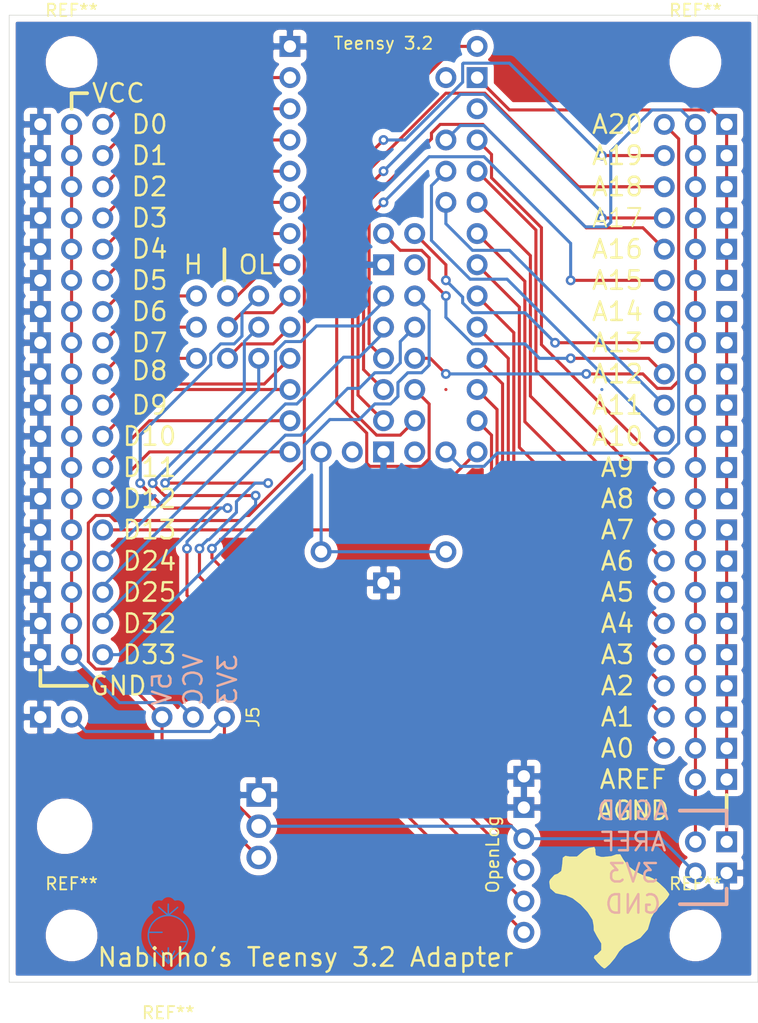
<source format=kicad_pcb>
(kicad_pcb (version 20171130) (host pcbnew "(5.1.9)-1")
  (layers (0 F.Cu signal) (31 B.Cu signal) (34 B.Paste user) (35 F.Paste user) (36 B.SilkS user) (37 F.SilkS user) (38 B.Mask user) (39 F.Mask user) (44 Edge.Cuts user))
  (net 0 "")
  (net 1 GND)
  (net 2 VBAT)
  (net 3 VCC)
  (net 4 A1)
  (net 5 A4)
  (net 6 A5)
  (net 7 A6)
  (net 8 A7)
  (net 9 A8)
  (net 10 A9)
  (net 11 A10)
  (net 12 A11)
  (net 13 A12)
  (net 14 A13)
  (net 15 A14)
  (net 16 A15)
  (net 17 A16)
  (net 18 A17)
  (net 19 A18)
  (net 20 A19)
  (net 21 A20)
  (net 22 AGND)
  (net 23 A0)
  (net 24 AREF)
  (net 25 1)
  (net 26 2)
  (net 27 3)
  (net 28 4)
  (net 29 5)
  (net 30 9)
  (net 31 10)
  (net 32 11)
  (net 33 12)
  (net 34 13)
  (net 35 24)
  (net 36 25)
  (net 37 32)
  (net 38 33)
  (net 39 0)
  (net 40 6)
  (net 41 7)
  (net 42 8)
  (net 43 A2)
  (net 44 A3)
  (net 45 VIN)
  (net 46 "Net-(U1-Pad16)")
  (net 47 "Net-(U1-Pad18)")
  (net 48 "Net-(U1-Pad31)")
  (net 49 "Net-(U1-Pad34)")
  (net 50 "Net-(U1-Pad42)")
  (net 51 VOUT)
  (net 52 6_H)
  (net 53 7_H)
  (net 54 8_H)
  (net 55 6_L)
  (net 56 7_L)
  (net 57 8_L)
  (module Icons:BR (layer F.Cu) (at 199.898 103.124)
    (fp_text reference G*** hide)
    (fp_text value LOGO hide)
  )
  (module Icons:Nabo_EasterEgg (layer F.Cu) (at 164.084 105.41)
    (fp_text reference REF** (at 0 6.2992) (layer F.SilkS))
    (fp_text value Nabo_EasterEgg)
    (fp_line (start 0 2.286) (end -1.016 1.27) (layer B.Cu) (width 0.12))
    (fp_line (start 0 2.286) (end 1.016 1.27) (layer B.Cu) (width 0.12))
    (fp_line (start 0 2.286) (end -0.508 1.27) (layer B.Cu) (width 0.12))
    (fp_line (start 0 2.286) (end 0 1.016) (layer B.Cu) (width 0.12))
    (fp_line (start 0 2.286) (end 0.508 1.27) (layer B.Cu) (width 0.12))
    (fp_line (start 0 -2.54) (end 0 -1.63) (layer B.Cu) (width 0.12))
    (fp_line (start 0 -1.63) (end 0.762 -2.286) (layer B.Cu) (width 0.12))
    (fp_line (start 0 -1.63) (end -0.762 -2.286) (layer B.Cu) (width 0.12))
    (fp_line (start -1.524 -0.254) (end -0.508 -0.254) (layer B.Cu) (width 0.12))
    (fp_line (start 1.524 0.508) (end 1.016 0.508) (layer B.Cu) (width 0.12))
    (fp_arc (start 0 0) (end 1.016 1.27) (angle -282.7) (layer B.Cu) (width 0.12))
  )
  (module CR2032_Vertical (layer F.Cu) (at 170.18 72.898)
    (fp_text reference BT1)
    (fp_text value Battery_Cell)
    (pad 2 thru_hole rect (at 11.43 3.81) (size 1.7 1.7) (drill 1) (layers *.Cu *.Mask) (net 1 GND))
    (pad 1 thru_hole oval (at 6.35 1.27) (size 1.7 1.7) (drill 1) (layers *.Cu *.Mask) (net 2 VBAT))
    (pad 1 thru_hole oval (at 16.51 1.27) (size 1.7 1.7) (drill 1) (layers *.Cu *.Mask) (net 2 VBAT))
  )
  (module Connector_PinHeader_2.54mm:PinHeader_1x03_P2.54mm_Vertical_2 (layer F.Cu) (at 171.45 53.34 270)
    (fp_text reference J6)
    (fp_text value Conn_01x03)
    (pad 1 thru_hole oval (at 0 0 270) (size 1.7 1.7) (drill 1) (layers *.Cu *.Mask) (net 55 6_L))
    (pad 3 thru_hole oval (at 0 5.08 270) (size 1.7 1.7) (drill 1) (layers *.Cu *.Mask) (net 52 6_H))
    (pad 2 thru_hole oval (at 0 2.54 270) (size 1.7 1.7) (drill 1) (layers *.Cu *.Mask) (net 40 6))
  )
  (module Connector_PinHeader_2.54mm:PinHeader_1x03_P2.54mm_Vertical_2 (layer F.Cu) (at 171.45 55.88 270)
    (fp_text reference J7)
    (fp_text value Conn_01x03)
    (pad 1 thru_hole oval (at 0 0 270) (size 1.7 1.7) (drill 1) (layers *.Cu *.Mask) (net 56 7_L))
    (pad 3 thru_hole oval (at 0 5.08 270) (size 1.7 1.7) (drill 1) (layers *.Cu *.Mask) (net 53 7_H))
    (pad 2 thru_hole oval (at 0 2.54 270) (size 1.7 1.7) (drill 1) (layers *.Cu *.Mask) (net 41 7))
  )
  (module Connector_PinHeader_2.54mm:PinHeader_1x03_P2.54mm_Vertical_2 (layer F.Cu) (at 171.45 58.42 270)
    (fp_text reference J8)
    (fp_text value Conn_01x03)
    (pad 1 thru_hole oval (at 0 0 270) (size 1.7 1.7) (drill 1) (layers *.Cu *.Mask) (net 57 8_L))
    (pad 3 thru_hole oval (at 0 5.08 270) (size 1.7 1.7) (drill 1) (layers *.Cu *.Mask) (net 54 8_H))
    (pad 2 thru_hole oval (at 0 2.54 270) (size 1.7 1.7) (drill 1) (layers *.Cu *.Mask) (net 42 8))
  )
  (module Connector_PinHeader_2.54mm:PinHeader_1x03_P2.54mm_Vertical_2 (layer F.Cu) (at 168.656 87.63 270)
    (fp_text reference J5 (at 0 -2.33 90) (layer F.SilkS))
    (fp_text value Conn_01x03)
    (pad 1 thru_hole oval (at 0 0 270) (size 1.7 1.7) (drill 1) (layers *.Cu *.Mask) (net 51 VOUT))
    (pad 3 thru_hole oval (at 0 5.08 270) (size 1.7 1.7) (drill 1) (layers *.Cu *.Mask) (net 45 VIN))
    (pad 2 thru_hole oval (at 0 2.54 270) (size 1.7 1.7) (drill 1) (layers *.Cu *.Mask) (net 3 VCC))
  )
  (module Connector_PinHeader_2.54mm:PinHeader_1x02_P2.54mm_Vertical (layer F.Cu) (at 157.48 88.9 180)
    (fp_text reference C1)
    (fp_text value CP)
    (pad 2 thru_hole rect (at 3.81 1.27 180) (size 1.7 1.7) (drill 1) (layers *.Cu *.Mask) (net 1 GND))
    (pad 1 thru_hole oval (at 1.27 1.27 180) (size 1.7 1.7) (drill 1) (layers *.Cu *.Mask) (net 51 VOUT))
  )
  (module Package_TO_SOT_THT:TO-220F-3_Horizontal_TabUp (layer F.Cu) (at 171.45 93.98 270)
    (fp_text reference U2)
    (fp_text value LD1117S33TR_SOT223)
    (pad "" np_thru_hole oval (at 2.54 15.8 270) (size 3.5 3.5) (drill 3.5) (layers *.Cu *.Mask))
    (pad 1 thru_hole rect (at 0 0 270) (size 1.905 2) (drill 1.2) (layers *.Cu *.Mask) (net 1 GND))
    (pad 2 thru_hole oval (at 2.54 0 270) (size 1.905 2) (drill 1.2) (layers *.Cu *.Mask) (net 51 VOUT))
    (pad 3 thru_hole oval (at 5.08 0 270) (size 1.905 2) (drill 1.2) (layers *.Cu *.Mask) (net 45 VIN))
  )
  (module Connector_PinHeader_2.54mm:Open_Log (layer F.Cu) (at 175.26 91.186)
    (fp_text reference U3)
    (fp_text value OpenLog)
    (pad 1 thru_hole rect (at 17.78 1.27) (size 1.7 1.7) (drill 1) (layers *.Cu *.Mask) (net 1 GND))
    (pad 3 thru_hole oval (at 17.78 6.35) (size 1.7 1.7) (drill 1) (layers *.Cu *.Mask) (net 51 VOUT))
    (pad 4 thru_hole oval (at 17.78 8.89) (size 1.7 1.7) (drill 1) (layers *.Cu *.Mask) (net 56 7_L))
    (pad 5 thru_hole oval (at 17.78 11.43) (size 1.7 1.7) (drill 1) (layers *.Cu *.Mask) (net 57 8_L))
    (pad 6 thru_hole oval (at 17.78 13.97) (size 1.7 1.7) (drill 1) (layers *.Cu *.Mask) (net 55 6_L))
    (pad 2 thru_hole rect (at 17.78 3.81) (size 1.7 1.7) (drill 1) (layers *.Cu *.Mask) (net 1 GND))
  )
  (module Connector_PinHeader_2.54mm:PinHeader_1x02_P2.54mm_Vertical_2 (layer F.Cu) (at 205.74 101.6 90)
    (fp_text reference J4)
    (fp_text value Conn_01x02)
    (pad 2 thru_hole oval (at 3.81 1.27 90) (size 1.7 1.7) (drill 1) (layers *.Cu *.Mask) (net 24 AREF))
    (pad 1 thru_hole oval (at 1.27 1.27 90) (size 1.7 1.7) (drill 1) (layers *.Cu *.Mask) (net 51 VOUT))
  )
  (module Connector_PinHeader_2.54mm:PinHeader_1x02_P2.54mm_Vertical_3 (layer F.Cu) (at 208.28 101.6 90)
    (fp_text reference J3)
    (fp_text value Conn_01x02)
    (pad 1 thru_hole rect (at 1.27 1.27 90) (size 1.7 1.7) (drill 1) (layers *.Cu *.Mask) (net 1 GND))
    (pad 2 thru_hole rect (at 3.81 1.27 90) (size 1.7 1.7) (drill 1) (layers *.Cu *.Mask) (net 22 AGND))
  )
  (module Analog_Header_Teensy_3.2_Adapter (layer F.Cu) (at 210.82 93.98 180)
    (fp_text reference J1)
    (fp_text value Conn_03x21)
    (pad 2 thru_hole oval (at 6.35 6.35 180) (size 1.7 1.7) (drill 1) (layers *.Cu *.Mask) (net 4 A1))
    (pad 3 thru_hole oval (at 6.35 8.89 180) (size 1.7 1.7) (drill 1) (layers *.Cu *.Mask) (net 43 A2))
    (pad 4 thru_hole oval (at 6.35 11.43 180) (size 1.7 1.7) (drill 1) (layers *.Cu *.Mask) (net 44 A3))
    (pad 5 thru_hole oval (at 6.35 13.97 180) (size 1.7 1.7) (drill 1) (layers *.Cu *.Mask) (net 5 A4))
    (pad 6 thru_hole oval (at 6.35 16.51 180) (size 1.7 1.7) (drill 1) (layers *.Cu *.Mask) (net 6 A5))
    (pad 7 thru_hole oval (at 6.35 19.05 180) (size 1.7 1.7) (drill 1) (layers *.Cu *.Mask) (net 7 A6))
    (pad 8 thru_hole oval (at 6.35 21.59 180) (size 1.7 1.7) (drill 1) (layers *.Cu *.Mask) (net 8 A7))
    (pad 9 thru_hole oval (at 6.35 24.13 180) (size 1.7 1.7) (drill 1) (layers *.Cu *.Mask) (net 9 A8))
    (pad 10 thru_hole oval (at 6.35 26.67 180) (size 1.7 1.7) (drill 1) (layers *.Cu *.Mask) (net 10 A9))
    (pad 11 thru_hole oval (at 6.35 29.21 180) (size 1.7 1.7) (drill 1) (layers *.Cu *.Mask) (net 11 A10))
    (pad 12 thru_hole oval (at 6.35 31.75 180) (size 1.7 1.7) (drill 1) (layers *.Cu *.Mask) (net 12 A11))
    (pad 13 thru_hole oval (at 6.35 34.29 180) (size 1.7 1.7) (drill 1) (layers *.Cu *.Mask) (net 13 A12))
    (pad 14 thru_hole oval (at 6.35 36.83 180) (size 1.7 1.7) (drill 1) (layers *.Cu *.Mask) (net 14 A13))
    (pad 15 thru_hole oval (at 6.35 39.37 180) (size 1.7 1.7) (drill 1) (layers *.Cu *.Mask) (net 15 A14))
    (pad 16 thru_hole oval (at 6.35 41.91 180) (size 1.7 1.7) (drill 1) (layers *.Cu *.Mask) (net 16 A15))
    (pad 17 thru_hole oval (at 6.35 44.45 180) (size 1.7 1.7) (drill 1) (layers *.Cu *.Mask) (net 17 A16))
    (pad 18 thru_hole oval (at 6.35 46.99 180) (size 1.7 1.7) (drill 1) (layers *.Cu *.Mask) (net 18 A17))
    (pad 19 thru_hole oval (at 6.35 49.53 180) (size 1.7 1.7) (drill 1) (layers *.Cu *.Mask) (net 19 A18))
    (pad 20 thru_hole oval (at 6.35 52.07 180) (size 1.7 1.7) (drill 1) (layers *.Cu *.Mask) (net 20 A19))
    (pad 21 thru_hole oval (at 6.35 54.61 180) (size 1.7 1.7) (drill 1) (layers *.Cu *.Mask) (net 21 A20))
    (pad 23 thru_hole rect (at 1.27 1.27 180) (size 1.7 1.7) (drill 1) (layers *.Cu *.Mask) (net 22 AGND))
    (pad 23 thru_hole rect (at 1.27 3.81 180) (size 1.7 1.7) (drill 1) (layers *.Cu *.Mask) (net 22 AGND))
    (pad 23 thru_hole rect (at 1.27 6.35 180) (size 1.7 1.7) (drill 1) (layers *.Cu *.Mask) (net 22 AGND))
    (pad 23 thru_hole rect (at 1.27 8.89 180) (size 1.7 1.7) (drill 1) (layers *.Cu *.Mask) (net 22 AGND))
    (pad 23 thru_hole rect (at 1.27 11.43 180) (size 1.7 1.7) (drill 1) (layers *.Cu *.Mask) (net 22 AGND))
    (pad 23 thru_hole rect (at 1.27 16.51 180) (size 1.7 1.7) (drill 1) (layers *.Cu *.Mask) (net 22 AGND))
    (pad 23 thru_hole rect (at 1.27 19.05 180) (size 1.7 1.7) (drill 1) (layers *.Cu *.Mask) (net 22 AGND))
    (pad 23 thru_hole rect (at 1.27 13.97 180) (size 1.7 1.7) (drill 1) (layers *.Cu *.Mask) (net 22 AGND))
    (pad 23 thru_hole rect (at 1.27 24.13 180) (size 1.7 1.7) (drill 1) (layers *.Cu *.Mask) (net 22 AGND))
    (pad 23 thru_hole rect (at 1.27 26.67 180) (size 1.7 1.7) (drill 1) (layers *.Cu *.Mask) (net 22 AGND))
    (pad 23 thru_hole rect (at 1.27 21.59 180) (size 1.7 1.7) (drill 1) (layers *.Cu *.Mask) (net 22 AGND))
    (pad 23 thru_hole rect (at 1.27 29.21 180) (size 1.7 1.7) (drill 1) (layers *.Cu *.Mask) (net 22 AGND))
    (pad 23 thru_hole rect (at 1.27 31.75 180) (size 1.7 1.7) (drill 1) (layers *.Cu *.Mask) (net 22 AGND))
    (pad 23 thru_hole rect (at 1.27 39.37 180) (size 1.7 1.7) (drill 1) (layers *.Cu *.Mask) (net 22 AGND))
    (pad 23 thru_hole rect (at 1.27 34.29 180) (size 1.7 1.7) (drill 1) (layers *.Cu *.Mask) (net 22 AGND))
    (pad 23 thru_hole rect (at 1.27 36.83 180) (size 1.7 1.7) (drill 1) (layers *.Cu *.Mask) (net 22 AGND))
    (pad 23 thru_hole rect (at 1.27 44.45 180) (size 1.7 1.7) (drill 1) (layers *.Cu *.Mask) (net 22 AGND))
    (pad 23 thru_hole rect (at 1.27 49.53 180) (size 1.7 1.7) (drill 1) (layers *.Cu *.Mask) (net 22 AGND))
    (pad 23 thru_hole rect (at 1.27 46.99 180) (size 1.7 1.7) (drill 1) (layers *.Cu *.Mask) (net 22 AGND))
    (pad 23 thru_hole rect (at 1.27 41.91 180) (size 1.7 1.7) (drill 1) (layers *.Cu *.Mask) (net 22 AGND))
    (pad 23 thru_hole rect (at 1.27 54.61 180) (size 1.7 1.7) (drill 1) (layers *.Cu *.Mask) (net 22 AGND))
    (pad 23 thru_hole rect (at 1.27 52.07 180) (size 1.7 1.7) (drill 1) (layers *.Cu *.Mask) (net 22 AGND))
    (pad 1 thru_hole oval (at 6.35 3.81 180) (size 1.7 1.7) (drill 1) (layers *.Cu *.Mask) (net 23 A0))
    (pad 22 thru_hole oval (at 3.81 1.27 180) (size 1.7 1.7) (drill 1) (layers *.Cu *.Mask) (net 24 AREF))
    (pad 22 thru_hole oval (at 3.81 3.81 180) (size 1.7 1.7) (drill 1) (layers *.Cu *.Mask) (net 24 AREF))
    (pad 22 thru_hole oval (at 3.81 8.89 180) (size 1.7 1.7) (drill 1) (layers *.Cu *.Mask) (net 24 AREF))
    (pad 22 thru_hole oval (at 3.81 6.35 180) (size 1.7 1.7) (drill 1) (layers *.Cu *.Mask) (net 24 AREF))
    (pad 22 thru_hole oval (at 3.81 13.97 180) (size 1.7 1.7) (drill 1) (layers *.Cu *.Mask) (net 24 AREF))
    (pad 22 thru_hole oval (at 3.81 11.43 180) (size 1.7 1.7) (drill 1) (layers *.Cu *.Mask) (net 24 AREF))
    (pad 22 thru_hole oval (at 3.81 19.05 180) (size 1.7 1.7) (drill 1) (layers *.Cu *.Mask) (net 24 AREF))
    (pad 22 thru_hole oval (at 3.81 16.51 180) (size 1.7 1.7) (drill 1) (layers *.Cu *.Mask) (net 24 AREF))
    (pad 22 thru_hole oval (at 3.81 26.67 180) (size 1.7 1.7) (drill 1) (layers *.Cu *.Mask) (net 24 AREF))
    (pad 22 thru_hole oval (at 3.81 24.13 180) (size 1.7 1.7) (drill 1) (layers *.Cu *.Mask) (net 24 AREF))
    (pad 22 thru_hole oval (at 3.81 29.21 180) (size 1.7 1.7) (drill 1) (layers *.Cu *.Mask) (net 24 AREF))
    (pad 22 thru_hole oval (at 3.81 21.59 180) (size 1.7 1.7) (drill 1) (layers *.Cu *.Mask) (net 24 AREF))
    (pad 22 thru_hole oval (at 3.81 34.29 180) (size 1.7 1.7) (drill 1) (layers *.Cu *.Mask) (net 24 AREF))
    (pad 22 thru_hole oval (at 3.81 39.37 180) (size 1.7 1.7) (drill 1) (layers *.Cu *.Mask) (net 24 AREF))
    (pad 22 thru_hole oval (at 3.81 36.83 180) (size 1.7 1.7) (drill 1) (layers *.Cu *.Mask) (net 24 AREF))
    (pad 22 thru_hole oval (at 3.81 31.75 180) (size 1.7 1.7) (drill 1) (layers *.Cu *.Mask) (net 24 AREF))
    (pad 22 thru_hole oval (at 3.81 44.45 180) (size 1.7 1.7) (drill 1) (layers *.Cu *.Mask) (net 24 AREF))
    (pad 22 thru_hole oval (at 3.81 49.53 180) (size 1.7 1.7) (drill 1) (layers *.Cu *.Mask) (net 24 AREF))
    (pad 22 thru_hole oval (at 3.81 41.91 180) (size 1.7 1.7) (drill 1) (layers *.Cu *.Mask) (net 24 AREF))
    (pad 22 thru_hole oval (at 3.81 46.99 180) (size 1.7 1.7) (drill 1) (layers *.Cu *.Mask) (net 24 AREF))
    (pad 22 thru_hole oval (at 3.81 54.61 180) (size 1.7 1.7) (drill 1) (layers *.Cu *.Mask) (net 24 AREF))
    (pad 22 thru_hole oval (at 3.81 52.07 180) (size 1.7 1.7) (drill 1) (layers *.Cu *.Mask) (net 24 AREF))
  )
  (module Digital_Header_Teensy_3.2_Adapter (layer F.Cu) (at 152.4 38.1)
    (fp_text reference J2)
    (fp_text value Conn_03x18)
    (pad 20 thru_hole rect (at 1.27 1.27) (size 1.7 1.7) (drill 1) (layers *.Cu *.Mask) (net 1 GND))
    (pad 2 thru_hole oval (at 6.35 3.81) (size 1.7 1.7) (drill 1) (layers *.Cu *.Mask) (net 25 1))
    (pad 3 thru_hole oval (at 6.35 6.35) (size 1.7 1.7) (drill 1) (layers *.Cu *.Mask) (net 26 2))
    (pad 4 thru_hole oval (at 6.35 8.89) (size 1.7 1.7) (drill 1) (layers *.Cu *.Mask) (net 27 3))
    (pad 5 thru_hole oval (at 6.35 11.43) (size 1.7 1.7) (drill 1) (layers *.Cu *.Mask) (net 28 4))
    (pad 6 thru_hole oval (at 6.35 13.97) (size 1.7 1.7) (drill 1) (layers *.Cu *.Mask) (net 29 5))
    (pad 7 thru_hole oval (at 6.35 16.51) (size 1.7 1.7) (drill 1) (layers *.Cu *.Mask) (net 52 6_H))
    (pad 8 thru_hole oval (at 6.35 19.05) (size 1.7 1.7) (drill 1) (layers *.Cu *.Mask) (net 53 7_H))
    (pad 9 thru_hole oval (at 6.35 21.59) (size 1.7 1.7) (drill 1) (layers *.Cu *.Mask) (net 54 8_H))
    (pad 10 thru_hole oval (at 6.35 24.13) (size 1.7 1.7) (drill 1) (layers *.Cu *.Mask) (net 30 9))
    (pad 11 thru_hole oval (at 6.35 26.67) (size 1.7 1.7) (drill 1) (layers *.Cu *.Mask) (net 31 10))
    (pad 12 thru_hole oval (at 6.35 29.21) (size 1.7 1.7) (drill 1) (layers *.Cu *.Mask) (net 32 11))
    (pad 13 thru_hole oval (at 6.35 31.75) (size 1.7 1.7) (drill 1) (layers *.Cu *.Mask) (net 33 12))
    (pad 14 thru_hole oval (at 6.35 34.29) (size 1.7 1.7) (drill 1) (layers *.Cu *.Mask) (net 34 13))
    (pad 15 thru_hole oval (at 6.35 36.83) (size 1.7 1.7) (drill 1) (layers *.Cu *.Mask) (net 35 24))
    (pad 16 thru_hole oval (at 6.35 39.37) (size 1.7 1.7) (drill 1) (layers *.Cu *.Mask) (net 36 25))
    (pad 17 thru_hole oval (at 6.35 41.91) (size 1.7 1.7) (drill 1) (layers *.Cu *.Mask) (net 37 32))
    (pad 18 thru_hole oval (at 6.35 44.45) (size 1.7 1.7) (drill 1) (layers *.Cu *.Mask) (net 38 33))
    (pad 20 thru_hole rect (at 1.27 3.81) (size 1.7 1.7) (drill 1) (layers *.Cu *.Mask) (net 1 GND))
    (pad 20 thru_hole rect (at 1.27 6.35) (size 1.7 1.7) (drill 1) (layers *.Cu *.Mask) (net 1 GND))
    (pad 20 thru_hole rect (at 1.27 8.89) (size 1.7 1.7) (drill 1) (layers *.Cu *.Mask) (net 1 GND))
    (pad 20 thru_hole rect (at 1.27 13.97) (size 1.7 1.7) (drill 1) (layers *.Cu *.Mask) (net 1 GND))
    (pad 20 thru_hole rect (at 1.27 11.43) (size 1.7 1.7) (drill 1) (layers *.Cu *.Mask) (net 1 GND))
    (pad 20 thru_hole rect (at 1.27 16.51) (size 1.7 1.7) (drill 1) (layers *.Cu *.Mask) (net 1 GND))
    (pad 20 thru_hole rect (at 1.27 19.05) (size 1.7 1.7) (drill 1) (layers *.Cu *.Mask) (net 1 GND))
    (pad 20 thru_hole rect (at 1.27 24.13) (size 1.7 1.7) (drill 1) (layers *.Cu *.Mask) (net 1 GND))
    (pad 20 thru_hole rect (at 1.27 21.59) (size 1.7 1.7) (drill 1) (layers *.Cu *.Mask) (net 1 GND))
    (pad 20 thru_hole rect (at 1.27 29.21) (size 1.7 1.7) (drill 1) (layers *.Cu *.Mask) (net 1 GND))
    (pad 20 thru_hole rect (at 1.27 26.67) (size 1.7 1.7) (drill 1) (layers *.Cu *.Mask) (net 1 GND))
    (pad 20 thru_hole rect (at 1.27 31.75) (size 1.7 1.7) (drill 1) (layers *.Cu *.Mask) (net 1 GND))
    (pad 20 thru_hole rect (at 1.27 34.29) (size 1.7 1.7) (drill 1) (layers *.Cu *.Mask) (net 1 GND))
    (pad 20 thru_hole rect (at 1.27 39.37) (size 1.7 1.7) (drill 1) (layers *.Cu *.Mask) (net 1 GND))
    (pad 20 thru_hole rect (at 1.27 36.83) (size 1.7 1.7) (drill 1) (layers *.Cu *.Mask) (net 1 GND))
    (pad 20 thru_hole rect (at 1.27 44.45) (size 1.7 1.7) (drill 1) (layers *.Cu *.Mask) (net 1 GND))
    (pad 20 thru_hole rect (at 1.27 41.91) (size 1.7 1.7) (drill 1) (layers *.Cu *.Mask) (net 1 GND))
    (pad 1 thru_hole oval (at 6.35 1.27) (size 1.7 1.7) (drill 1) (layers *.Cu *.Mask) (net 39 0))
    (pad 19 thru_hole oval (at 3.81 1.27) (size 1.7 1.7) (drill 1) (layers *.Cu *.Mask) (net 3 VCC))
    (pad 19 thru_hole oval (at 3.81 3.81) (size 1.7 1.7) (drill 1) (layers *.Cu *.Mask) (net 3 VCC))
    (pad 19 thru_hole oval (at 3.81 6.35) (size 1.7 1.7) (drill 1) (layers *.Cu *.Mask) (net 3 VCC))
    (pad 19 thru_hole oval (at 3.81 8.89) (size 1.7 1.7) (drill 1) (layers *.Cu *.Mask) (net 3 VCC))
    (pad 19 thru_hole oval (at 3.81 11.43) (size 1.7 1.7) (drill 1) (layers *.Cu *.Mask) (net 3 VCC))
    (pad 19 thru_hole oval (at 3.81 13.97) (size 1.7 1.7) (drill 1) (layers *.Cu *.Mask) (net 3 VCC))
    (pad 19 thru_hole oval (at 3.81 16.51) (size 1.7 1.7) (drill 1) (layers *.Cu *.Mask) (net 3 VCC))
    (pad 19 thru_hole oval (at 3.81 19.05) (size 1.7 1.7) (drill 1) (layers *.Cu *.Mask) (net 3 VCC))
    (pad 19 thru_hole oval (at 3.81 24.13) (size 1.7 1.7) (drill 1) (layers *.Cu *.Mask) (net 3 VCC))
    (pad 19 thru_hole oval (at 3.81 21.59) (size 1.7 1.7) (drill 1) (layers *.Cu *.Mask) (net 3 VCC))
    (pad 19 thru_hole oval (at 3.81 29.21) (size 1.7 1.7) (drill 1) (layers *.Cu *.Mask) (net 3 VCC))
    (pad 19 thru_hole oval (at 3.81 26.67) (size 1.7 1.7) (drill 1) (layers *.Cu *.Mask) (net 3 VCC))
    (pad 19 thru_hole oval (at 3.81 31.75) (size 1.7 1.7) (drill 1) (layers *.Cu *.Mask) (net 3 VCC))
    (pad 19 thru_hole oval (at 3.81 34.29) (size 1.7 1.7) (drill 1) (layers *.Cu *.Mask) (net 3 VCC))
    (pad 19 thru_hole oval (at 3.81 39.37) (size 1.7 1.7) (drill 1) (layers *.Cu *.Mask) (net 3 VCC))
    (pad 19 thru_hole oval (at 3.81 36.83) (size 1.7 1.7) (drill 1) (layers *.Cu *.Mask) (net 3 VCC))
    (pad 19 thru_hole oval (at 3.81 41.91) (size 1.7 1.7) (drill 1) (layers *.Cu *.Mask) (net 3 VCC))
    (pad 19 thru_hole oval (at 3.81 44.45) (size 1.7 1.7) (drill 1) (layers *.Cu *.Mask) (net 3 VCC))
  )
  (module Teensy_3.2 (layer F.Cu) (at 172.72 31.75)
    (fp_text reference U1)
    (fp_text value Teensy3.2)
    (pad 1 thru_hole rect (at 1.27 1.27) (size 1.7 1.7) (drill 1) (layers *.Cu *.Mask) (net 1 GND))
    (pad 2 thru_hole oval (at 1.27 3.81) (size 1.7 1.7) (drill 1) (layers *.Cu *.Mask) (net 39 0))
    (pad 3 thru_hole oval (at 1.27 6.35) (size 1.7 1.7) (drill 1) (layers *.Cu *.Mask) (net 25 1))
    (pad 4 thru_hole oval (at 1.27 8.89) (size 1.7 1.7) (drill 1) (layers *.Cu *.Mask) (net 26 2))
    (pad 5 thru_hole oval (at 1.27 11.43) (size 1.7 1.7) (drill 1) (layers *.Cu *.Mask) (net 27 3))
    (pad 6 thru_hole oval (at 1.27 13.97) (size 1.7 1.7) (drill 1) (layers *.Cu *.Mask) (net 28 4))
    (pad 7 thru_hole oval (at 1.27 16.51) (size 1.7 1.7) (drill 1) (layers *.Cu *.Mask) (net 29 5))
    (pad 8 thru_hole oval (at 1.27 19.05) (size 1.7 1.7) (drill 1) (layers *.Cu *.Mask) (net 40 6))
    (pad 9 thru_hole oval (at 1.27 21.59) (size 1.7 1.7) (drill 1) (layers *.Cu *.Mask) (net 41 7))
    (pad 10 thru_hole oval (at 1.27 24.13) (size 1.7 1.7) (drill 1) (layers *.Cu *.Mask) (net 42 8))
    (pad 11 thru_hole oval (at 1.27 26.67) (size 1.7 1.7) (drill 1) (layers *.Cu *.Mask) (net 30 9))
    (pad 12 thru_hole oval (at 1.27 29.21) (size 1.7 1.7) (drill 1) (layers *.Cu *.Mask) (net 31 10))
    (pad 13 thru_hole oval (at 1.27 31.75) (size 1.7 1.7) (drill 1) (layers *.Cu *.Mask) (net 32 11))
    (pad 14 thru_hole oval (at 1.27 34.29) (size 1.7 1.7) (drill 1) (layers *.Cu *.Mask) (net 33 12))
    (pad 15 thru_hole oval (at 3.81 34.29) (size 1.7 1.7) (drill 1) (layers *.Cu *.Mask) (net 2 VBAT))
    (pad 16 thru_hole oval (at 6.35 34.29) (size 1.7 1.7) (drill 1) (layers *.Cu *.Mask) (net 46 "Net-(U1-Pad16)"))
    (pad 18 thru_hole oval (at 11.43 34.29) (size 1.7 1.7) (drill 1) (layers *.Cu *.Mask) (net 47 "Net-(U1-Pad18)"))
    (pad 19 thru_hole oval (at 13.97 34.29) (size 1.7 1.7) (drill 1) (layers *.Cu *.Mask) (net 15 A14))
    (pad 30 thru_hole oval (at 16.51 8.89) (size 1.7 1.7) (drill 1) (layers *.Cu *.Mask) (net 10 A9))
    (pad 29 thru_hole oval (at 16.51 11.43) (size 1.7 1.7) (drill 1) (layers *.Cu *.Mask) (net 9 A8))
    (pad 28 thru_hole oval (at 16.51 13.97) (size 1.7 1.7) (drill 1) (layers *.Cu *.Mask) (net 8 A7))
    (pad 26 thru_hole oval (at 16.51 19.05) (size 1.7 1.7) (drill 1) (layers *.Cu *.Mask) (net 6 A5))
    (pad 25 thru_hole oval (at 16.51 21.59) (size 1.7 1.7) (drill 1) (layers *.Cu *.Mask) (net 5 A4))
    (pad 23 thru_hole oval (at 16.51 26.67) (size 1.7 1.7) (drill 1) (layers *.Cu *.Mask) (net 43 A2))
    (pad 22 thru_hole oval (at 16.51 29.21) (size 1.7 1.7) (drill 1) (layers *.Cu *.Mask) (net 4 A1))
    (pad 21 thru_hole oval (at 16.51 31.75) (size 1.7 1.7) (drill 1) (layers *.Cu *.Mask) (net 23 A0))
    (pad 31 thru_hole oval (at 16.51 6.35) (size 1.7 1.7) (drill 1) (layers *.Cu *.Mask) (net 48 "Net-(U1-Pad31)"))
    (pad 27 thru_hole oval (at 16.51 16.51) (size 1.7 1.7) (drill 1) (layers *.Cu *.Mask) (net 7 A6))
    (pad 24 thru_hole oval (at 16.51 24.13) (size 1.7 1.7) (drill 1) (layers *.Cu *.Mask) (net 44 A3))
    (pad 20 thru_hole oval (at 16.51 34.29) (size 1.7 1.7) (drill 1) (layers *.Cu *.Mask) (net 34 13))
    (pad 33 thru_hole oval (at 16.51 1.27) (size 1.7 1.7) (drill 1) (layers *.Cu *.Mask) (net 45 VIN))
    (pad 34 thru_hole oval (at 13.97 3.81) (size 1.7 1.7) (drill 1) (layers *.Cu *.Mask) (net 49 "Net-(U1-Pad34)"))
    (pad 35 thru_hole oval (at 13.97 8.89) (size 1.7 1.7) (drill 1) (layers *.Cu *.Mask) (net 24 AREF))
    (pad 36 thru_hole oval (at 13.97 11.43) (size 1.7 1.7) (drill 1) (layers *.Cu *.Mask) (net 11 A10))
    (pad 37 thru_hole oval (at 13.97 13.97) (size 1.7 1.7) (drill 1) (layers *.Cu *.Mask) (net 12 A11))
    (pad 43 thru_hole oval (at 11.43 21.59) (size 1.7 1.7) (drill 1) (layers *.Cu *.Mask) (net 38 33))
    (pad 45 thru_hole oval (at 11.43 26.67) (size 1.7 1.7) (drill 1) (layers *.Cu *.Mask) (net 21 A20))
    (pad 46 thru_hole oval (at 11.43 29.21) (size 1.7 1.7) (drill 1) (layers *.Cu *.Mask) (net 20 A19))
    (pad 47 thru_hole oval (at 11.43 31.75) (size 1.7 1.7) (drill 1) (layers *.Cu *.Mask) (net 19 A18))
    (pad 44 thru_hole oval (at 11.43 24.13) (size 1.7 1.7) (drill 1) (layers *.Cu *.Mask) (net 37 32))
    (pad 41 thru_hole oval (at 11.43 16.51) (size 1.7 1.7) (drill 1) (layers *.Cu *.Mask) (net 14 A13))
    (pad 42 thru_hole oval (at 11.43 19.05) (size 1.7 1.7) (drill 1) (layers *.Cu *.Mask) (net 50 "Net-(U1-Pad42)"))
    (pad 52 thru_hole oval (at 8.89 21.59) (size 1.7 1.7) (drill 1) (layers *.Cu *.Mask) (net 35 24))
    (pad 49 thru_hole oval (at 8.89 29.21) (size 1.7 1.7) (drill 1) (layers *.Cu *.Mask) (net 17 A16))
    (pad 48 thru_hole oval (at 8.89 31.75) (size 1.7 1.7) (drill 1) (layers *.Cu *.Mask) (net 18 A17))
    (pad 51 thru_hole oval (at 8.89 24.13) (size 1.7 1.7) (drill 1) (layers *.Cu *.Mask) (net 36 25))
    (pad 50 thru_hole oval (at 8.89 26.67) (size 1.7 1.7) (drill 1) (layers *.Cu *.Mask) (net 16 A15))
    (pad 54 thru_hole oval (at 8.89 16.51) (size 1.7 1.7) (drill 1) (layers *.Cu *.Mask) (net 13 A12))
    (pad 17 thru_hole rect (at 8.89 34.29) (size 1.7 1.7) (drill 1) (layers *.Cu *.Mask) (net 1 GND))
    (pad 53 thru_hole rect (at 8.89 19.05) (size 1.7 1.7) (drill 1) (layers *.Cu *.Mask) (net 1 GND))
    (pad 32 thru_hole rect (at 16.51 3.81) (size 1.7 1.7) (drill 1) (layers *.Cu *.Mask) (net 22 AGND))
  )
  (module MountingHole:MountingHole_3.2mm_M3 (layer F.Cu) (at 156.21 105.41)
    (fp_text reference REF** (at 0 -4.2) (layer F.SilkS))
    (fp_text value MountingHole_3.2mm_M3)
    (pad 1 np_thru_hole circle (at 0 0) (size 3.2 3.2) (drill 3.2) (layers *.Cu *.Mask))
  )
  (module MountingHole:MountingHole_3.2mm_M3 (layer F.Cu) (at 207.01 105.41)
    (fp_text reference REF** (at 0 -4.2) (layer F.SilkS))
    (fp_text value MountingHole_3.2mm_M3)
    (pad 1 np_thru_hole circle (at 0 0) (size 3.2 3.2) (drill 3.2) (layers *.Cu *.Mask))
  )
  (module MountingHole:MountingHole_3.2mm_M3 (layer F.Cu) (at 207.01 34.29)
    (fp_text reference REF** (at 0 -4.2) (layer F.SilkS))
    (fp_text value MountingHole_3.2mm_M3)
    (pad 1 np_thru_hole circle (at 0 0) (size 3.2 3.2) (drill 3.2) (layers *.Cu *.Mask))
  )
  (module MountingHole:MountingHole_3.2mm_M3 (layer F.Cu) (at 156.21 34.29)
    (fp_text reference REF** (at 0 -4.2) (layer F.SilkS))
    (fp_text value MountingHole_3.2mm_M3)
    (pad 1 np_thru_hole circle (at 0 0) (size 3.2 3.2) (drill 3.2) (layers *.Cu *.Mask))
  )
  (gr_text OpenLog (at 190.5 98.806 90) (layer F.SilkS) (effects (font (size 1 1))))
  (gr_text H (at 166.116 50.8) (layer F.SilkS) (effects (font (size 1.5 1.5) (thickness 0.2))))
  (gr_text OL (at 171.196 50.8) (layer F.SilkS) (effects (font (size 1.5 1.5) (thickness 0.2))))
  (gr_line (start 168.656 49.53) (end 168.656 52.07) (layer F.SilkS) (width 0.3))
  (gr_text D8 (at 162.56 59.436) (layer F.SilkS) (effects (font (size 1.5 1.5) (thickness 0.2))))
  (gr_text D7 (at 162.56 57.15) (layer F.SilkS) (effects (font (size 1.5 1.5) (thickness 0.2))))
  (gr_text D6 (at 162.56 54.61) (layer F.SilkS) (effects (font (size 1.5 1.5) (thickness 0.2))))
  (gr_text D5 (at 162.56 52.07) (layer F.SilkS) (effects (font (size 1.5 1.5) (thickness 0.2))))
  (gr_text "Nabinho's Teensy 3.2 Adapter" (at 175.26 107.188) (layer F.SilkS) (effects (font (size 1.5 1.5) (thickness 0.2))))
  (gr_text "Teensy 3.2" (at 181.61 32.766) (layer F.SilkS) (effects (font (size 1 1))))
  (gr_text 3V3 (at 168.91 84.582 90) (layer B.SilkS) (effects (font (size 1.5 1.5) (thickness 0.2)) (justify mirror)))
  (gr_text VCC (at 166.116 84.582 90) (layer B.SilkS) (effects (font (size 1.5 1.5) (thickness 0.2)) (justify mirror)))
  (gr_text 5V (at 163.576 85.344 90) (layer B.SilkS) (effects (font (size 1.5 1.5) (thickness 0.2)) (justify mirror)))
  (gr_text D33 (at 162.56 82.55) (layer F.SilkS) (effects (font (size 1.5 1.5) (thickness 0.2))))
  (gr_text A20 (at 200.66 39.37) (layer F.SilkS) (effects (font (size 1.5 1.5) (thickness 0.2))))
  (gr_text A19 (at 200.66 41.91) (layer F.SilkS) (effects (font (size 1.5 1.5) (thickness 0.2))))
  (gr_text A18 (at 200.66 44.45) (layer F.SilkS) (effects (font (size 1.5 1.5) (thickness 0.2))))
  (gr_text A17 (at 200.66 46.99) (layer F.SilkS) (effects (font (size 1.5 1.5))))
  (gr_text A16 (at 200.66 49.53) (layer F.SilkS) (effects (font (size 1.5 1.5) (thickness 0.2))))
  (gr_text A15 (at 200.66 52.07) (layer F.SilkS) (effects (font (size 1.5 1.5) (thickness 0.2))))
  (gr_text A14 (at 200.66 54.61) (layer F.SilkS) (effects (font (size 1.5 1.5) (thickness 0.2))))
  (gr_text A13 (at 200.66 57.15) (layer F.SilkS) (effects (font (size 1.5 1.5) (thickness 0.2))))
  (gr_text A12 (at 200.66 59.69) (layer F.SilkS) (effects (font (size 1.5 1.5) (thickness 0.2))))
  (gr_text A11 (at 200.66 62.23) (layer F.SilkS) (effects (font (size 1.5 1.5) (thickness 0.2))))
  (gr_text A10 (at 200.66 64.77) (layer F.SilkS) (effects (font (size 1.5 1.5) (thickness 0.2))))
  (gr_text A9 (at 200.66 67.31) (layer F.SilkS) (effects (font (size 1.5 1.5) (thickness 0.2))))
  (gr_text A8 (at 200.66 69.85) (layer F.SilkS) (effects (font (size 1.5 1.5) (thickness 0.2))))
  (gr_text A7 (at 200.66 72.39) (layer F.SilkS) (effects (font (size 1.5 1.5) (thickness 0.2))))
  (gr_text A6 (at 200.66 74.93) (layer F.SilkS) (effects (font (size 1.5 1.5) (thickness 0.2))))
  (gr_text A5 (at 200.66 77.47) (layer F.SilkS) (effects (font (size 1.5 1.5) (thickness 0.2))))
  (gr_text A4 (at 200.66 80.01) (layer F.SilkS) (effects (font (size 1.5 1.5) (thickness 0.2))))
  (gr_text A3 (at 200.66 82.55) (layer F.SilkS) (effects (font (size 1.5 1.5) (thickness 0.2))))
  (gr_text A2 (at 200.66 85.09) (layer F.SilkS) (effects (font (size 1.5 1.5) (thickness 0.2))))
  (gr_text A1 (at 200.66 87.63) (layer F.SilkS) (effects (font (size 1.5 1.5) (thickness 0.2))))
  (gr_text A0 (at 200.66 90.17) (layer F.SilkS) (effects (font (size 1.5 1.5) (thickness 0.2))))
  (gr_text D32 (at 162.56 80.01) (layer F.SilkS) (effects (font (size 1.5 1.5) (thickness 0.2))))
  (gr_text D25 (at 162.56 77.47) (layer F.SilkS) (effects (font (size 1.5 1.5) (thickness 0.2))))
  (gr_text D24 (at 162.56 74.93) (layer F.SilkS) (effects (font (size 1.5 1.5) (thickness 0.2))))
  (gr_text D13 (at 162.56 72.39) (layer F.SilkS) (effects (font (size 1.5 1.5) (thickness 0.2))))
  (gr_text D12 (at 162.56 69.85) (layer F.SilkS) (effects (font (size 1.5 1.5) (thickness 0.2))))
  (gr_text D11 (at 162.56 67.31) (layer F.SilkS) (effects (font (size 1.5 1.5) (thickness 0.2))))
  (gr_text D10 (at 162.56 64.77) (layer F.SilkS) (effects (font (size 1.5 1.5) (thickness 0.2))))
  (gr_text D9 (at 162.56 62.23) (layer F.SilkS) (effects (font (size 1.5 1.5) (thickness 0.2))))
  (gr_text D4 (at 162.56 49.53) (layer F.SilkS) (effects (font (size 1.5 1.5) (thickness 0.2))))
  (gr_text D3 (at 162.56 46.99) (layer F.SilkS) (effects (font (size 1.5 1.5) (thickness 0.2))))
  (gr_text D2 (at 162.56 44.45) (layer F.SilkS) (effects (font (size 1.5 1.5) (thickness 0.2))))
  (gr_text D1 (at 162.56 41.91) (layer F.SilkS) (effects (font (size 1.5 1.5) (thickness 0.2))))
  (gr_text D0 (at 162.56 39.37) (layer F.SilkS) (effects (font (size 1.5 1.5) (thickness 0.2))))
  (gr_line (start 156.21 36.83) (end 157.48 36.83) (layer F.SilkS) (width 0.3))
  (gr_line (start 156.21 38.1) (end 156.21 36.83) (layer F.SilkS) (width 0.3))
  (gr_text VCC (at 160.02 36.83) (layer F.SilkS) (effects (font (size 1.5 1.5) (thickness 0.2))))
  (gr_line (start 153.67 85.09) (end 157.48 85.09) (layer F.SilkS) (width 0.3))
  (gr_line (start 153.67 83.82) (end 153.67 85.09) (layer F.SilkS) (width 0.3))
  (gr_text GND (at 160.02 85.09) (layer F.SilkS) (effects (font (size 1.5 1.5) (thickness 0.2))))
  (gr_text AREF (at 201.93 92.71) (layer F.SilkS) (effects (font (size 1.5 1.5) (thickness 0.2))))
  (gr_text AGND (at 201.93 95.25) (layer F.SilkS) (effects (font (size 1.5 1.5) (thickness 0.2))))
  (gr_line (start 209.55 95.25) (end 205.74 95.25) (layer F.SilkS) (width 0.3))
  (gr_line (start 209.55 93.98) (end 209.55 95.25) (layer F.SilkS) (width 0.3))
  (gr_text AREF (at 201.93 97.79) (layer B.SilkS) (effects (font (size 1.5 1.5) (thickness 0.2)) (justify mirror)))
  (gr_text 3V3 (at 201.93 100.33) (layer B.SilkS) (effects (font (size 1.5 1.5) (thickness 0.2)) (justify mirror)))
  (gr_text GND (at 201.93 102.87) (layer B.SilkS) (effects (font (size 1.5 1.5) (thickness 0.2)) (justify mirror)))
  (gr_line (start 209.55 102.87) (end 205.74 102.87) (layer B.SilkS) (width 0.3))
  (gr_line (start 209.55 101.6) (end 209.55 102.87) (layer B.SilkS) (width 0.3))
  (gr_text AGND (at 201.93 95.25) (layer B.SilkS) (effects (font (size 1.5 1.5) (thickness 0.2)) (justify mirror)))
  (gr_line (start 209.55 95.25) (end 205.74 95.25) (layer B.SilkS) (width 0.3))
  (gr_line (start 209.55 96.52) (end 209.55 95.25) (layer B.SilkS) (width 0.3))
  (gr_line (start 212.09 109.22) (end 212.09 30.48) (layer Edge.Cuts) (width 0.05))
  (gr_line (start 151.13 109.22) (end 212.09 109.22) (layer Edge.Cuts) (width 0.05))
  (gr_line (start 151.13 30.48) (end 151.13 109.22) (layer Edge.Cuts) (width 0.05))
  (gr_line (start 212.09 30.48) (end 151.13 30.48) (layer Edge.Cuts) (width 0.05))
  (segment (start 186.69 74.168) (end 176.53 74.168) (width 0.25) (layer B.Cu) (net 2))
  (segment (start 176.53 74.168) (end 176.53 66.04) (width 0.25) (layer B.Cu) (net 2))
  (segment (start 156.21 82.55) (end 156.21 80.01) (width 0.25) (layer F.Cu) (net 3))
  (segment (start 156.21 80.01) (end 156.21 77.47) (width 0.25) (layer F.Cu) (net 3))
  (segment (start 156.21 77.47) (end 156.21 74.93) (width 0.25) (layer F.Cu) (net 3))
  (segment (start 156.21 74.93) (end 156.21 72.39) (width 0.25) (layer F.Cu) (net 3))
  (segment (start 156.21 72.39) (end 156.21 69.85) (width 0.25) (layer F.Cu) (net 3))
  (segment (start 156.21 69.85) (end 156.21 67.31) (width 0.25) (layer F.Cu) (net 3))
  (segment (start 156.21 67.31) (end 156.21 64.77) (width 0.25) (layer F.Cu) (net 3))
  (segment (start 156.21 64.77) (end 156.21 62.23) (width 0.25) (layer F.Cu) (net 3))
  (segment (start 156.21 62.23) (end 156.21 59.69) (width 0.25) (layer F.Cu) (net 3))
  (segment (start 156.21 59.69) (end 156.21 57.15) (width 0.25) (layer F.Cu) (net 3))
  (segment (start 156.21 57.15) (end 156.21 54.61) (width 0.25) (layer F.Cu) (net 3))
  (segment (start 156.21 54.61) (end 156.21 52.07) (width 0.25) (layer F.Cu) (net 3))
  (segment (start 156.21 52.07) (end 156.21 49.53) (width 0.25) (layer F.Cu) (net 3))
  (segment (start 156.21 49.53) (end 156.21 46.99) (width 0.25) (layer F.Cu) (net 3))
  (segment (start 156.21 46.99) (end 156.21 44.45) (width 0.25) (layer F.Cu) (net 3))
  (segment (start 156.21 44.45) (end 156.21 41.91) (width 0.25) (layer F.Cu) (net 3))
  (segment (start 156.21 41.91) (end 156.21 39.37) (width 0.25) (layer F.Cu) (net 3))
  (segment (start 160.114999 86.454999) (end 156.21 82.55) (width 0.25) (layer B.Cu) (net 3))
  (segment (start 164.940999 86.454999) (end 160.114999 86.454999) (width 0.25) (layer B.Cu) (net 3))
  (segment (start 166.116 87.63) (end 164.940999 86.454999) (width 0.25) (layer B.Cu) (net 3))
  (segment (start 190.855011 74.015011) (end 204.47 87.63) (width 0.25) (layer F.Cu) (net 4))
  (segment (start 190.855011 62.585011) (end 190.855011 74.015011) (width 0.25) (layer F.Cu) (net 4))
  (segment (start 189.23 60.96) (end 190.855011 62.585011) (width 0.25) (layer F.Cu) (net 4))
  (segment (start 189.23 53.34) (end 192.22001 56.33001) (width 0.25) (layer F.Cu) (net 5))
  (segment (start 192.22001 67.76001) (end 204.47 80.01) (width 0.25) (layer F.Cu) (net 5))
  (segment (start 192.22001 56.33001) (end 192.22001 67.76001) (width 0.25) (layer F.Cu) (net 5))
  (segment (start 192.67002 65.67002) (end 204.47 77.47) (width 0.25) (layer F.Cu) (net 6))
  (segment (start 192.67002 54.24002) (end 192.67002 65.67002) (width 0.25) (layer F.Cu) (net 6))
  (segment (start 189.23 50.8) (end 192.67002 54.24002) (width 0.25) (layer F.Cu) (net 6))
  (segment (start 189.23 48.26) (end 193.12003 52.15003) (width 0.25) (layer F.Cu) (net 7))
  (segment (start 193.12003 63.58003) (end 204.47 74.93) (width 0.25) (layer F.Cu) (net 7))
  (segment (start 193.12003 52.15003) (end 193.12003 63.58003) (width 0.25) (layer F.Cu) (net 7))
  (segment (start 193.57004 61.49004) (end 204.47 72.39) (width 0.25) (layer F.Cu) (net 8))
  (segment (start 193.57004 50.06004) (end 193.57004 61.49004) (width 0.25) (layer F.Cu) (net 8))
  (segment (start 189.23 45.72) (end 193.57004 50.06004) (width 0.25) (layer F.Cu) (net 8))
  (segment (start 194.020049 47.970049) (end 189.23 43.18) (width 0.25) (layer F.Cu) (net 9))
  (segment (start 194.020049 59.400049) (end 194.020049 47.970049) (width 0.25) (layer F.Cu) (net 9))
  (segment (start 204.47 69.85) (end 194.020049 59.400049) (width 0.25) (layer F.Cu) (net 9))
  (segment (start 194.470059 57.310059) (end 204.47 67.31) (width 0.25) (layer F.Cu) (net 10))
  (segment (start 194.470059 47.783649) (end 194.470059 57.310059) (width 0.25) (layer F.Cu) (net 10))
  (segment (start 190.405001 43.718591) (end 194.470059 47.783649) (width 0.25) (layer F.Cu) (net 10))
  (segment (start 190.405001 41.815001) (end 190.405001 43.718591) (width 0.25) (layer F.Cu) (net 10))
  (segment (start 189.23 40.64) (end 190.405001 41.815001) (width 0.25) (layer F.Cu) (net 10))
  (segment (start 185.514999 44.355001) (end 186.69 43.18) (width 0.25) (layer B.Cu) (net 11))
  (segment (start 185.514999 48.824001) (end 185.514999 44.355001) (width 0.25) (layer B.Cu) (net 11))
  (segment (start 188.665999 51.975001) (end 185.514999 48.824001) (width 0.25) (layer B.Cu) (net 11))
  (segment (start 191.675001 51.975001) (end 188.665999 51.975001) (width 0.25) (layer B.Cu) (net 11))
  (segment (start 204.47 64.77) (end 191.675001 51.975001) (width 0.25) (layer B.Cu) (net 11))
  (segment (start 188.855997 49.624999) (end 186.69 47.459002) (width 0.25) (layer B.Cu) (net 12))
  (segment (start 186.69 47.459002) (end 186.69 45.72) (width 0.25) (layer B.Cu) (net 12))
  (segment (start 191.864999 49.624999) (end 188.855997 49.624999) (width 0.25) (layer B.Cu) (net 12))
  (segment (start 204.47 62.23) (end 191.864999 49.624999) (width 0.25) (layer B.Cu) (net 12))
  (segment (start 182.974999 49.624999) (end 184.714001 49.624999) (width 0.25) (layer F.Cu) (net 13))
  (segment (start 181.61 48.26) (end 182.974999 49.624999) (width 0.25) (layer F.Cu) (net 13))
  (segment (start 185.325001 50.235999) (end 185.325001 51.975001) (width 0.25) (layer F.Cu) (net 13))
  (segment (start 184.714001 49.624999) (end 185.325001 50.235999) (width 0.25) (layer F.Cu) (net 13))
  (segment (start 185.325001 51.975001) (end 186.69 53.34) (width 0.25) (layer F.Cu) (net 13))
  (segment (start 186.69 53.34) (end 186.69 53.34) (width 0.25) (layer F.Cu) (net 13))
  (via (at 186.69 53.34) (size 0.8) (drill 0.4) (layers F.Cu B.Cu) (net 13))
  (segment (start 188.855997 57.244999) (end 193.134999 57.244999) (width 0.25) (layer B.Cu) (net 13))
  (segment (start 186.69 55.079002) (end 188.855997 57.244999) (width 0.25) (layer B.Cu) (net 13))
  (segment (start 186.69 53.34) (end 186.69 55.079002) (width 0.25) (layer B.Cu) (net 13))
  (segment (start 193.134999 57.244999) (end 194.31 58.42) (width 0.25) (layer B.Cu) (net 13))
  (segment (start 194.31 58.42) (end 196.85 58.42) (width 0.25) (layer B.Cu) (net 13))
  (segment (start 196.85 58.42) (end 196.85 58.42) (width 0.25) (layer B.Cu) (net 13))
  (via (at 196.85 58.42) (size 0.8) (drill 0.4) (layers F.Cu B.Cu) (net 13))
  (segment (start 203.2 58.42) (end 204.47 59.69) (width 0.25) (layer F.Cu) (net 13))
  (segment (start 196.85 58.42) (end 203.2 58.42) (width 0.25) (layer F.Cu) (net 13))
  (segment (start 184.15 48.26) (end 186.69 50.8) (width 0.25) (layer F.Cu) (net 14))
  (segment (start 186.69 50.8) (end 186.69 52.07) (width 0.25) (layer F.Cu) (net 14))
  (segment (start 186.69 52.07) (end 186.69 52.07) (width 0.25) (layer F.Cu) (net 14))
  (via (at 186.69 52.07) (size 0.8) (drill 0.4) (layers F.Cu B.Cu) (net 14))
  (segment (start 188.855997 54.704999) (end 193.134999 54.704999) (width 0.25) (layer B.Cu) (net 14))
  (segment (start 188.054999 53.904001) (end 188.855997 54.704999) (width 0.25) (layer B.Cu) (net 14))
  (segment (start 188.054999 53.434999) (end 188.054999 53.904001) (width 0.25) (layer B.Cu) (net 14))
  (segment (start 186.69 52.07) (end 188.054999 53.434999) (width 0.25) (layer B.Cu) (net 14))
  (segment (start 193.134999 54.704999) (end 195.58 57.15) (width 0.25) (layer B.Cu) (net 14))
  (segment (start 195.58 57.15) (end 195.58 57.15) (width 0.25) (layer B.Cu) (net 14))
  (via (at 195.58 57.15) (size 0.8) (drill 0.4) (layers F.Cu B.Cu) (net 14))
  (segment (start 195.58 57.15) (end 204.47 57.15) (width 0.25) (layer F.Cu) (net 14))
  (segment (start 187.865001 67.215001) (end 186.69 66.04) (width 0.25) (layer B.Cu) (net 15))
  (segment (start 189.794001 67.215001) (end 187.865001 67.215001) (width 0.25) (layer B.Cu) (net 15))
  (segment (start 190.874003 66.134999) (end 189.794001 67.215001) (width 0.25) (layer B.Cu) (net 15))
  (segment (start 204.844003 66.134999) (end 190.874003 66.134999) (width 0.25) (layer B.Cu) (net 15))
  (segment (start 205.645001 65.334001) (end 204.844003 66.134999) (width 0.25) (layer B.Cu) (net 15))
  (segment (start 205.645001 55.785001) (end 205.645001 65.334001) (width 0.25) (layer B.Cu) (net 15))
  (segment (start 204.47 54.61) (end 205.645001 55.785001) (width 0.25) (layer B.Cu) (net 15))
  (segment (start 180.434999 57.244999) (end 180.434999 46.895001) (width 0.25) (layer F.Cu) (net 16))
  (segment (start 181.61 58.42) (end 180.434999 57.244999) (width 0.25) (layer F.Cu) (net 16))
  (segment (start 180.434999 46.895001) (end 181.61 45.72) (width 0.25) (layer F.Cu) (net 16))
  (segment (start 181.61 45.72) (end 181.61 45.72) (width 0.25) (layer F.Cu) (net 16))
  (via (at 181.61 45.72) (size 0.8) (drill 0.4) (layers F.Cu B.Cu) (net 16))
  (segment (start 189.794001 42.004999) (end 196.85 49.060998) (width 0.25) (layer B.Cu) (net 16))
  (segment (start 185.325001 42.004999) (end 189.794001 42.004999) (width 0.25) (layer B.Cu) (net 16))
  (segment (start 181.61 45.72) (end 185.325001 42.004999) (width 0.25) (layer B.Cu) (net 16))
  (segment (start 196.85 49.060998) (end 196.85 52.07) (width 0.25) (layer B.Cu) (net 16))
  (segment (start 196.85 52.07) (end 196.85 52.07) (width 0.25) (layer B.Cu) (net 16))
  (via (at 196.85 52.07) (size 0.8) (drill 0.4) (layers F.Cu B.Cu) (net 16))
  (segment (start 196.85 52.07) (end 204.47 52.07) (width 0.25) (layer F.Cu) (net 16))
  (segment (start 181.61 44.45) (end 181.61 44.45) (width 0.25) (layer F.Cu) (net 17))
  (segment (start 198.12 47.790998) (end 202.730998 47.790998) (width 0.25) (layer F.Cu) (net 17))
  (segment (start 186.220998 39.37) (end 189.699002 39.37) (width 0.25) (layer F.Cu) (net 17))
  (segment (start 185.514999 40.075999) (end 186.220998 39.37) (width 0.25) (layer F.Cu) (net 17))
  (segment (start 189.699002 39.37) (end 198.12 47.790998) (width 0.25) (layer F.Cu) (net 17))
  (segment (start 185.514999 40.545001) (end 185.514999 40.075999) (width 0.25) (layer F.Cu) (net 17))
  (segment (start 179.98499 46.07501) (end 185.514999 40.545001) (width 0.25) (layer F.Cu) (net 17))
  (segment (start 202.730998 47.790998) (end 204.47 49.53) (width 0.25) (layer F.Cu) (net 17))
  (segment (start 179.98499 59.33499) (end 179.98499 46.07501) (width 0.25) (layer F.Cu) (net 17))
  (segment (start 181.61 60.96) (end 179.98499 59.33499) (width 0.25) (layer F.Cu) (net 17))
  (segment (start 181.61 63.5) (end 180.34 62.23) (width 0.25) (layer F.Cu) (net 18))
  (segment (start 179.534981 61.424981) (end 179.534981 45.255019) (width 0.25) (layer F.Cu) (net 18))
  (segment (start 180.34 62.23) (end 179.534981 61.424981) (width 0.25) (layer F.Cu) (net 18))
  (segment (start 179.534981 45.255019) (end 181.61 43.18) (width 0.25) (layer F.Cu) (net 18))
  (segment (start 181.61 43.18) (end 181.61 43.18) (width 0.25) (layer F.Cu) (net 18))
  (via (at 181.61 43.18) (size 0.8) (drill 0.4) (layers F.Cu B.Cu) (net 18))
  (segment (start 189.794001 36.924999) (end 199.39 46.520998) (width 0.25) (layer B.Cu) (net 18))
  (segment (start 187.865001 36.924999) (end 189.794001 36.924999) (width 0.25) (layer B.Cu) (net 18))
  (segment (start 181.61 43.18) (end 187.865001 36.924999) (width 0.25) (layer B.Cu) (net 18))
  (segment (start 199.39 46.520998) (end 199.39 46.99) (width 0.25) (layer B.Cu) (net 18))
  (segment (start 199.39 46.99) (end 199.39 46.99) (width 0.25) (layer B.Cu) (net 18))
  (via (at 199.39 46.99) (size 0.8) (drill 0.4) (layers F.Cu B.Cu) (net 18))
  (segment (start 199.39 46.99) (end 204.47 46.99) (width 0.25) (layer F.Cu) (net 18))
  (segment (start 181.61 41.91) (end 181.61 41.91) (width 0.25) (layer F.Cu) (net 19))
  (segment (start 200.856998 44.45) (end 204.47 44.45) (width 0.25) (layer F.Cu) (net 19))
  (segment (start 189.86359 36.83) (end 197.48359 44.45) (width 0.25) (layer F.Cu) (net 19))
  (segment (start 186.69 36.83) (end 189.86359 36.83) (width 0.25) (layer F.Cu) (net 19))
  (segment (start 179.084972 44.435028) (end 186.69 36.83) (width 0.25) (layer F.Cu) (net 19))
  (segment (start 197.48359 44.45) (end 204.47 44.45) (width 0.25) (layer F.Cu) (net 19))
  (segment (start 179.084972 62.713974) (end 179.084972 44.435028) (width 0.25) (layer F.Cu) (net 19))
  (segment (start 181.045999 64.675001) (end 179.084972 62.713974) (width 0.25) (layer F.Cu) (net 19))
  (segment (start 182.974999 64.675001) (end 181.045999 64.675001) (width 0.25) (layer F.Cu) (net 19))
  (segment (start 184.15 63.5) (end 182.974999 64.675001) (width 0.25) (layer F.Cu) (net 19))
  (segment (start 186.69 60.96) (end 186.69 60.96) (width 0.25) (layer F.Cu) (net 20))
  (segment (start 199.39 60.96) (end 199.39 60.96) (width 0.25) (layer B.Cu) (net 20))
  (segment (start 177.8 62.065412) (end 177.8 44.45) (width 0.25) (layer F.Cu) (net 20))
  (segment (start 180.245001 66.960003) (end 180.245001 64.510413) (width 0.25) (layer F.Cu) (net 20))
  (segment (start 180.499999 67.215001) (end 180.245001 66.960003) (width 0.25) (layer F.Cu) (net 20))
  (segment (start 184.714001 67.215001) (end 180.499999 67.215001) (width 0.25) (layer F.Cu) (net 20))
  (segment (start 180.245001 64.510413) (end 177.8 62.065412) (width 0.25) (layer F.Cu) (net 20))
  (segment (start 185.325001 66.604001) (end 184.714001 67.215001) (width 0.25) (layer F.Cu) (net 20))
  (segment (start 185.325001 62.135001) (end 185.325001 66.604001) (width 0.25) (layer F.Cu) (net 20))
  (segment (start 184.15 60.96) (end 185.325001 62.135001) (width 0.25) (layer F.Cu) (net 20))
  (segment (start 177.8 44.45) (end 181.61 40.64) (width 0.25) (layer F.Cu) (net 20))
  (segment (start 181.61 40.64) (end 181.61 40.64) (width 0.25) (layer F.Cu) (net 20))
  (via (at 181.61 40.64) (size 0.8) (drill 0.4) (layers F.Cu B.Cu) (net 20))
  (segment (start 188.119999 34.384999) (end 191.864999 34.384999) (width 0.25) (layer B.Cu) (net 20))
  (segment (start 188.054999 34.449999) (end 188.119999 34.384999) (width 0.25) (layer B.Cu) (net 20))
  (segment (start 188.054999 35.934003) (end 188.054999 34.449999) (width 0.25) (layer B.Cu) (net 20))
  (segment (start 183.349002 40.64) (end 188.054999 35.934003) (width 0.25) (layer B.Cu) (net 20))
  (segment (start 181.61 40.64) (end 183.349002 40.64) (width 0.25) (layer B.Cu) (net 20))
  (segment (start 191.864999 34.384999) (end 199.39 41.91) (width 0.25) (layer B.Cu) (net 20))
  (segment (start 199.39 41.91) (end 199.39 41.91) (width 0.25) (layer B.Cu) (net 20))
  (via (at 199.39 41.91) (size 0.8) (drill 0.4) (layers F.Cu B.Cu) (net 20))
  (segment (start 199.39 41.91) (end 204.47 41.91) (width 0.25) (layer F.Cu) (net 20))
  (segment (start 184.15 58.42) (end 185.42 58.42) (width 0.25) (layer F.Cu) (net 21))
  (segment (start 185.42 58.42) (end 186.69 59.69) (width 0.25) (layer F.Cu) (net 21))
  (segment (start 186.69 59.69) (end 186.69 59.69) (width 0.25) (layer F.Cu) (net 21))
  (via (at 186.69 59.69) (size 0.8) (drill 0.4) (layers F.Cu B.Cu) (net 21))
  (segment (start 186.69 59.69) (end 198.12 59.69) (width 0.25) (layer B.Cu) (net 21))
  (segment (start 198.12 59.69) (end 198.12 59.69) (width 0.25) (layer B.Cu) (net 21))
  (via (at 198.12 59.69) (size 0.8) (drill 0.4) (layers F.Cu B.Cu) (net 21))
  (segment (start 205.645001 60.254001) (end 205.645001 40.545001) (width 0.25) (layer F.Cu) (net 21))
  (segment (start 203.905999 60.865001) (end 205.034001 60.865001) (width 0.25) (layer F.Cu) (net 21))
  (segment (start 205.645001 40.545001) (end 204.47 39.37) (width 0.25) (layer F.Cu) (net 21))
  (segment (start 205.034001 60.865001) (end 205.645001 60.254001) (width 0.25) (layer F.Cu) (net 21))
  (segment (start 202.730998 59.69) (end 203.905999 60.865001) (width 0.25) (layer F.Cu) (net 21))
  (segment (start 198.12 59.69) (end 202.730998 59.69) (width 0.25) (layer F.Cu) (net 21))
  (segment (start 209.55 97.79) (end 209.55 92.71) (width 0.25) (layer F.Cu) (net 22))
  (segment (start 209.55 92.71) (end 209.55 90.17) (width 0.25) (layer F.Cu) (net 22))
  (segment (start 209.55 90.17) (end 209.55 87.63) (width 0.25) (layer F.Cu) (net 22))
  (segment (start 209.55 87.63) (end 209.55 85.09) (width 0.25) (layer F.Cu) (net 22))
  (segment (start 209.55 85.09) (end 209.55 82.55) (width 0.25) (layer F.Cu) (net 22))
  (segment (start 209.55 82.55) (end 209.55 80.01) (width 0.25) (layer F.Cu) (net 22))
  (segment (start 209.55 80.01) (end 209.55 77.47) (width 0.25) (layer F.Cu) (net 22))
  (segment (start 209.55 77.47) (end 209.55 74.93) (width 0.25) (layer F.Cu) (net 22))
  (segment (start 209.55 74.93) (end 209.55 72.39) (width 0.25) (layer F.Cu) (net 22))
  (segment (start 209.55 69.85) (end 209.55 67.31) (width 0.25) (layer F.Cu) (net 22))
  (segment (start 209.55 64.77) (end 209.55 67.31) (width 0.25) (layer F.Cu) (net 22))
  (segment (start 209.55 62.23) (end 209.55 64.77) (width 0.25) (layer F.Cu) (net 22))
  (segment (start 209.55 59.69) (end 209.55 62.23) (width 0.25) (layer F.Cu) (net 22))
  (segment (start 209.55 59.69) (end 209.55 57.15) (width 0.25) (layer F.Cu) (net 22))
  (segment (start 209.55 55.410998) (end 209.55 54.61) (width 0.25) (layer F.Cu) (net 22))
  (segment (start 209.55 57.15) (end 209.55 55.410998) (width 0.25) (layer F.Cu) (net 22))
  (segment (start 209.55 52.07) (end 209.55 49.53) (width 0.25) (layer F.Cu) (net 22))
  (segment (start 209.55 46.99) (end 209.55 49.53) (width 0.25) (layer F.Cu) (net 22))
  (segment (start 209.55 46.99) (end 209.55 44.45) (width 0.25) (layer F.Cu) (net 22))
  (segment (start 209.55 44.45) (end 209.55 41.91) (width 0.25) (layer F.Cu) (net 22))
  (segment (start 209.55 41.91) (end 209.55 39.37) (width 0.25) (layer F.Cu) (net 22))
  (segment (start 191.864999 38.194999) (end 189.23 35.56) (width 0.25) (layer F.Cu) (net 22))
  (segment (start 208.374999 38.194999) (end 191.864999 38.194999) (width 0.25) (layer F.Cu) (net 22))
  (segment (start 209.55 39.37) (end 208.374999 38.194999) (width 0.25) (layer F.Cu) (net 22))
  (segment (start 190.405001 76.105001) (end 204.47 90.17) (width 0.25) (layer F.Cu) (net 23))
  (segment (start 190.405001 64.675001) (end 190.405001 76.105001) (width 0.25) (layer F.Cu) (net 23))
  (segment (start 189.23 63.5) (end 190.405001 64.675001) (width 0.25) (layer F.Cu) (net 23))
  (segment (start 207.01 97.79) (end 207.01 92.71) (width 0.25) (layer F.Cu) (net 24))
  (segment (start 207.01 92.71) (end 207.01 90.17) (width 0.25) (layer F.Cu) (net 24))
  (segment (start 207.01 90.17) (end 207.01 87.63) (width 0.25) (layer F.Cu) (net 24))
  (segment (start 207.01 87.63) (end 207.01 85.09) (width 0.25) (layer F.Cu) (net 24))
  (segment (start 207.01 85.09) (end 207.01 82.55) (width 0.25) (layer F.Cu) (net 24))
  (segment (start 207.01 82.55) (end 207.01 80.01) (width 0.25) (layer F.Cu) (net 24))
  (segment (start 207.01 80.01) (end 207.01 77.47) (width 0.25) (layer F.Cu) (net 24))
  (segment (start 207.01 77.47) (end 207.01 74.93) (width 0.25) (layer F.Cu) (net 24))
  (segment (start 207.01 72.39) (end 207.01 74.93) (width 0.25) (layer F.Cu) (net 24))
  (segment (start 187.865001 39.464999) (end 186.69 40.64) (width 0.25) (layer B.Cu) (net 24))
  (segment (start 189.794001 39.464999) (end 187.865001 39.464999) (width 0.25) (layer B.Cu) (net 24))
  (segment (start 198.044003 47.715001) (end 189.794001 39.464999) (width 0.25) (layer B.Cu) (net 24))
  (segment (start 199.738001 47.715001) (end 198.044003 47.715001) (width 0.25) (layer B.Cu) (net 24))
  (segment (start 200.115001 47.338001) (end 199.738001 47.715001) (width 0.25) (layer B.Cu) (net 24))
  (segment (start 203.482001 38.194999) (end 200.115001 41.561999) (width 0.25) (layer B.Cu) (net 24))
  (segment (start 200.115001 41.561999) (end 200.115001 47.338001) (width 0.25) (layer B.Cu) (net 24))
  (segment (start 205.834999 38.194999) (end 203.482001 38.194999) (width 0.25) (layer B.Cu) (net 24))
  (segment (start 207.01 39.37) (end 205.834999 38.194999) (width 0.25) (layer B.Cu) (net 24))
  (segment (start 207.01 72.39) (end 207.01 69.85) (width 0.25) (layer F.Cu) (net 24))
  (segment (start 207.01 67.31) (end 207.01 69.85) (width 0.25) (layer F.Cu) (net 24))
  (segment (start 207.01 64.77) (end 207.01 67.31) (width 0.25) (layer F.Cu) (net 24))
  (segment (start 207.01 64.77) (end 207.01 62.23) (width 0.25) (layer F.Cu) (net 24))
  (segment (start 207.01 59.69) (end 207.01 62.23) (width 0.25) (layer F.Cu) (net 24))
  (segment (start 207.01 57.15) (end 207.01 59.69) (width 0.25) (layer F.Cu) (net 24))
  (segment (start 207.01 54.61) (end 207.01 57.15) (width 0.25) (layer F.Cu) (net 24))
  (segment (start 207.01 54.61) (end 207.01 52.07) (width 0.25) (layer F.Cu) (net 24))
  (segment (start 207.01 49.53) (end 207.01 52.07) (width 0.25) (layer F.Cu) (net 24))
  (segment (start 207.01 49.53) (end 207.01 46.99) (width 0.25) (layer F.Cu) (net 24))
  (segment (start 207.01 44.45) (end 207.01 46.99) (width 0.25) (layer F.Cu) (net 24))
  (segment (start 207.01 44.45) (end 207.01 41.91) (width 0.25) (layer F.Cu) (net 24))
  (segment (start 207.01 39.37) (end 207.01 41.91) (width 0.25) (layer F.Cu) (net 24))
  (segment (start 162.56 38.1) (end 158.75 41.91) (width 0.25) (layer F.Cu) (net 25))
  (segment (start 173.99 38.1) (end 162.56 38.1) (width 0.25) (layer F.Cu) (net 25))
  (segment (start 162.56 40.64) (end 158.75 44.45) (width 0.25) (layer F.Cu) (net 26))
  (segment (start 173.99 40.64) (end 162.56 40.64) (width 0.25) (layer F.Cu) (net 26))
  (segment (start 162.56 43.18) (end 158.75 46.99) (width 0.25) (layer F.Cu) (net 27))
  (segment (start 173.99 43.18) (end 162.56 43.18) (width 0.25) (layer F.Cu) (net 27))
  (segment (start 162.56 45.72) (end 158.75 49.53) (width 0.25) (layer F.Cu) (net 28))
  (segment (start 173.99 45.72) (end 162.56 45.72) (width 0.25) (layer F.Cu) (net 28))
  (segment (start 162.56 48.26) (end 158.75 52.07) (width 0.25) (layer F.Cu) (net 29))
  (segment (start 173.99 48.26) (end 162.56 48.26) (width 0.25) (layer F.Cu) (net 29))
  (segment (start 171.90001 60.50999) (end 160.47001 60.50999) (width 0.25) (layer F.Cu) (net 30))
  (segment (start 173.99 58.42) (end 171.90001 60.50999) (width 0.25) (layer F.Cu) (net 30))
  (segment (start 160.47001 60.50999) (end 158.75 62.23) (width 0.25) (layer F.Cu) (net 30))
  (segment (start 162.56 60.96) (end 158.75 64.77) (width 0.25) (layer F.Cu) (net 31))
  (segment (start 173.99 60.96) (end 162.56 60.96) (width 0.25) (layer F.Cu) (net 31))
  (segment (start 162.56 63.5) (end 158.75 67.31) (width 0.25) (layer F.Cu) (net 32))
  (segment (start 173.99 63.5) (end 162.56 63.5) (width 0.25) (layer F.Cu) (net 32))
  (segment (start 162.56 66.04) (end 158.75 69.85) (width 0.25) (layer F.Cu) (net 33))
  (segment (start 173.99 66.04) (end 162.56 66.04) (width 0.25) (layer F.Cu) (net 33))
  (segment (start 182.88 72.39) (end 189.23 66.04) (width 0.25) (layer F.Cu) (net 34))
  (segment (start 158.75 72.39) (end 182.88 72.39) (width 0.25) (layer F.Cu) (net 34))
  (segment (start 181.140998 53.34) (end 181.61 53.34) (width 0.25) (layer B.Cu) (net 35))
  (segment (start 179.634001 55.785001) (end 181.61 53.809002) (width 0.25) (layer B.Cu) (net 35))
  (segment (start 181.61 53.809002) (end 181.61 53.34) (width 0.25) (layer B.Cu) (net 35))
  (segment (start 174.885997 57.055001) (end 176.155997 55.785001) (width 0.25) (layer B.Cu) (net 35))
  (segment (start 176.155997 55.785001) (end 179.634001 55.785001) (width 0.25) (layer B.Cu) (net 35))
  (segment (start 173.615997 57.055001) (end 174.885997 57.055001) (width 0.25) (layer B.Cu) (net 35))
  (segment (start 172.814999 57.855999) (end 173.615997 57.055001) (width 0.25) (layer B.Cu) (net 35))
  (segment (start 172.814999 60.865001) (end 172.814999 57.855999) (width 0.25) (layer B.Cu) (net 35))
  (segment (start 158.75 74.93) (end 172.814999 60.865001) (width 0.25) (layer B.Cu) (net 35))
  (segment (start 181.61 56.349002) (end 181.61 55.88) (width 0.25) (layer B.Cu) (net 36))
  (segment (start 179.634001 58.325001) (end 181.61 56.349002) (width 0.25) (layer B.Cu) (net 36))
  (segment (start 178.364001 58.325001) (end 179.634001 58.325001) (width 0.25) (layer B.Cu) (net 36))
  (segment (start 174.554001 62.135001) (end 178.364001 58.325001) (width 0.25) (layer B.Cu) (net 36))
  (segment (start 173.615997 62.135001) (end 174.554001 62.135001) (width 0.25) (layer B.Cu) (net 36))
  (segment (start 158.75 77.000998) (end 173.615997 62.135001) (width 0.25) (layer B.Cu) (net 36))
  (segment (start 158.75 77.47) (end 158.75 77.000998) (width 0.25) (layer B.Cu) (net 36))
  (segment (start 182.974999 57.055001) (end 184.15 55.88) (width 0.25) (layer B.Cu) (net 37))
  (segment (start 182.974999 58.794003) (end 182.974999 57.055001) (width 0.25) (layer B.Cu) (net 37))
  (segment (start 180.904001 59.595001) (end 182.174001 59.595001) (width 0.25) (layer B.Cu) (net 37))
  (segment (start 182.174001 59.595001) (end 182.974999 58.794003) (width 0.25) (layer B.Cu) (net 37))
  (segment (start 179.634001 60.865001) (end 180.904001 59.595001) (width 0.25) (layer B.Cu) (net 37))
  (segment (start 178.695997 60.865001) (end 179.634001 60.865001) (width 0.25) (layer B.Cu) (net 37))
  (segment (start 174.885997 64.675001) (end 178.695997 60.865001) (width 0.25) (layer B.Cu) (net 37))
  (segment (start 173.615997 64.675001) (end 174.885997 64.675001) (width 0.25) (layer B.Cu) (net 37))
  (segment (start 158.75 79.540998) (end 173.615997 64.675001) (width 0.25) (layer B.Cu) (net 37))
  (segment (start 158.75 80.01) (end 158.75 79.540998) (width 0.25) (layer B.Cu) (net 37))
  (segment (start 159.952081 82.55) (end 158.75 82.55) (width 0.25) (layer B.Cu) (net 38))
  (segment (start 160.077002 82.55) (end 159.952081 82.55) (width 0.25) (layer B.Cu) (net 38))
  (segment (start 184.15 53.34) (end 185.325001 54.515001) (width 0.25) (layer B.Cu) (net 38))
  (segment (start 183.585999 59.595001) (end 182.785001 60.395999) (width 0.25) (layer B.Cu) (net 38))
  (segment (start 179.634001 63.405001) (end 177.235999 63.405001) (width 0.25) (layer B.Cu) (net 38))
  (segment (start 185.325001 54.515001) (end 185.325001 58.984001) (width 0.25) (layer B.Cu) (net 38))
  (segment (start 184.714001 59.595001) (end 183.585999 59.595001) (width 0.25) (layer B.Cu) (net 38))
  (segment (start 185.325001 58.984001) (end 184.714001 59.595001) (width 0.25) (layer B.Cu) (net 38))
  (segment (start 182.174001 62.135001) (end 180.904001 62.135001) (width 0.25) (layer B.Cu) (net 38))
  (segment (start 175.165001 67.462001) (end 160.077002 82.55) (width 0.25) (layer B.Cu) (net 38))
  (segment (start 182.785001 60.395999) (end 182.785001 61.524001) (width 0.25) (layer B.Cu) (net 38))
  (segment (start 182.785001 61.524001) (end 182.174001 62.135001) (width 0.25) (layer B.Cu) (net 38))
  (segment (start 180.904001 62.135001) (end 179.634001 63.405001) (width 0.25) (layer B.Cu) (net 38))
  (segment (start 177.235999 63.405001) (end 175.165001 65.475999) (width 0.25) (layer B.Cu) (net 38))
  (segment (start 175.165001 65.475999) (end 175.165001 67.462001) (width 0.25) (layer B.Cu) (net 38))
  (segment (start 162.56 35.56) (end 158.75 39.37) (width 0.25) (layer F.Cu) (net 39))
  (segment (start 173.99 35.56) (end 162.56 35.56) (width 0.25) (layer F.Cu) (net 39))
  (segment (start 173.736 51.054) (end 173.99 50.8) (width 0.25) (layer F.Cu) (net 40))
  (segment (start 169.710998 53.34) (end 168.91 53.34) (width 0.25) (layer F.Cu) (net 40))
  (segment (start 172.250998 50.8) (end 169.710998 53.34) (width 0.25) (layer F.Cu) (net 40))
  (segment (start 173.99 50.8) (end 172.250998 50.8) (width 0.25) (layer F.Cu) (net 40))
  (segment (start 170.085001 54.704999) (end 168.91 55.88) (width 0.25) (layer F.Cu) (net 41))
  (segment (start 172.625001 54.704999) (end 170.085001 54.704999) (width 0.25) (layer F.Cu) (net 41))
  (segment (start 173.99 53.34) (end 172.625001 54.704999) (width 0.25) (layer F.Cu) (net 41))
  (segment (start 170.085001 57.244999) (end 168.91 58.42) (width 0.25) (layer F.Cu) (net 42))
  (segment (start 172.625001 57.244999) (end 170.085001 57.244999) (width 0.25) (layer F.Cu) (net 42))
  (segment (start 173.99 55.88) (end 172.625001 57.244999) (width 0.25) (layer F.Cu) (net 42))
  (segment (start 191.305021 71.925021) (end 204.47 85.09) (width 0.25) (layer F.Cu) (net 43))
  (segment (start 191.305021 60.495021) (end 191.305021 71.925021) (width 0.25) (layer F.Cu) (net 43))
  (segment (start 189.23 58.42) (end 191.305021 60.495021) (width 0.25) (layer F.Cu) (net 43))
  (segment (start 189.23 55.88) (end 191.77 58.42) (width 0.25) (layer F.Cu) (net 44))
  (segment (start 191.77 69.85) (end 204.47 82.55) (width 0.25) (layer F.Cu) (net 44))
  (segment (start 191.77 58.42) (end 191.77 69.85) (width 0.25) (layer F.Cu) (net 44))
  (segment (start 163.576 91.186) (end 171.45 99.06) (width 0.25) (layer F.Cu) (net 45))
  (segment (start 163.576 87.63) (end 163.576 91.186) (width 0.25) (layer F.Cu) (net 45))
  (segment (start 157.574999 71.825999) (end 157.574999 83.114001) (width 0.25) (layer F.Cu) (net 45))
  (segment (start 158.185999 71.214999) (end 157.574999 71.825999) (width 0.25) (layer F.Cu) (net 45))
  (segment (start 175.165001 66.700001) (end 170.650003 71.214999) (width 0.25) (layer F.Cu) (net 45))
  (segment (start 158.185999 83.725001) (end 159.671001 83.725001) (width 0.25) (layer F.Cu) (net 45))
  (segment (start 175.165001 45.345997) (end 175.165001 66.700001) (width 0.25) (layer F.Cu) (net 45))
  (segment (start 187.490998 33.02) (end 175.165001 45.345997) (width 0.25) (layer F.Cu) (net 45))
  (segment (start 159.671001 83.725001) (end 163.576 87.63) (width 0.25) (layer F.Cu) (net 45))
  (segment (start 157.574999 83.114001) (end 158.185999 83.725001) (width 0.25) (layer F.Cu) (net 45))
  (segment (start 189.23 33.02) (end 187.490998 33.02) (width 0.25) (layer F.Cu) (net 45))
  (segment (start 159.314001 71.214999) (end 158.185999 71.214999) (width 0.25) (layer F.Cu) (net 45))
  (segment (start 159.727002 71.628) (end 159.314001 71.214999) (width 0.25) (layer F.Cu) (net 45))
  (segment (start 169.926 71.628) (end 159.727002 71.628) (width 0.25) (layer F.Cu) (net 45))
  (segment (start 170.339001 71.214999) (end 169.926 71.628) (width 0.25) (layer F.Cu) (net 45))
  (segment (start 170.650003 71.214999) (end 170.339001 71.214999) (width 0.25) (layer F.Cu) (net 45))
  (segment (start 192.024 96.52) (end 193.04 97.536) (width 0.25) (layer B.Cu) (net 51))
  (segment (start 171.45 96.52) (end 192.024 96.52) (width 0.25) (layer B.Cu) (net 51))
  (segment (start 168.656 93.726) (end 171.45 96.52) (width 0.25) (layer F.Cu) (net 51))
  (segment (start 168.656 87.63) (end 168.656 93.726) (width 0.25) (layer F.Cu) (net 51))
  (segment (start 157.385001 88.805001) (end 156.21 87.63) (width 0.25) (layer B.Cu) (net 51))
  (segment (start 167.480999 88.805001) (end 157.385001 88.805001) (width 0.25) (layer B.Cu) (net 51))
  (segment (start 168.656 87.63) (end 167.480999 88.805001) (width 0.25) (layer B.Cu) (net 51))
  (segment (start 204.216 97.536) (end 207.01 100.33) (width 0.25) (layer B.Cu) (net 51))
  (segment (start 193.04 97.536) (end 204.216 97.536) (width 0.25) (layer B.Cu) (net 51))
  (segment (start 160.02 53.34) (end 158.75 54.61) (width 0.25) (layer F.Cu) (net 52))
  (segment (start 166.37 53.34) (end 160.02 53.34) (width 0.25) (layer F.Cu) (net 52))
  (segment (start 160.02 55.88) (end 158.75 57.15) (width 0.25) (layer F.Cu) (net 53))
  (segment (start 166.37 55.88) (end 160.02 55.88) (width 0.25) (layer F.Cu) (net 53))
  (segment (start 160.02 58.42) (end 158.75 59.69) (width 0.25) (layer F.Cu) (net 54))
  (segment (start 166.37 58.42) (end 160.02 58.42) (width 0.25) (layer F.Cu) (net 54))
  (via (at 165.608 73.914) (size 0.8) (drill 0.4) (layers F.Cu B.Cu) (net 55))
  (via (at 163.83 68.58) (size 0.8) (drill 0.4) (layers F.Cu B.Cu) (net 57))
  (segment (start 163.83 68.58) (end 171.196 68.58) (width 0.25) (layer F.Cu) (net 57))
  (segment (start 171.196 68.58) (end 171.196 68.58) (width 0.25) (layer F.Cu) (net 57))
  (via (at 172.212 68.58) (size 0.8) (drill 0.4) (layers F.Cu B.Cu) (net 57))
  (segment (start 171.196 68.58) (end 172.212 68.58) (width 0.25) (layer F.Cu) (net 57))
  (segment (start 165.608 77.724) (end 193.04 105.156) (width 0.25) (layer F.Cu) (net 55))
  (segment (start 165.608 73.914) (end 165.608 77.724) (width 0.25) (layer F.Cu) (net 55))
  (via (at 167.64 73.914) (size 0.8) (drill 0.4) (layers F.Cu B.Cu) (net 56))
  (via (at 161.798 68.58) (size 0.8) (drill 0.4) (layers F.Cu B.Cu) (net 55))
  (via (at 168.91 70.612) (size 0.8) (drill 0.4) (layers F.Cu B.Cu) (net 55))
  (segment (start 161.798 68.637002) (end 161.798 68.58) (width 0.25) (layer F.Cu) (net 55))
  (segment (start 163.772998 70.612) (end 161.798 68.637002) (width 0.25) (layer F.Cu) (net 55))
  (segment (start 165.608 73.856998) (end 165.608 73.914) (width 0.25) (layer B.Cu) (net 55))
  (segment (start 164.084 70.612) (end 168.91 70.612) (width 0.25) (layer F.Cu) (net 55))
  (segment (start 163.772998 70.612) (end 164.084 70.612) (width 0.25) (layer F.Cu) (net 55))
  (segment (start 165.608 73.348315) (end 165.608 73.914) (width 0.25) (layer B.Cu) (net 55))
  (segment (start 168.344315 70.612) (end 165.608 73.348315) (width 0.25) (layer B.Cu) (net 55))
  (segment (start 168.91 70.612) (end 168.344315 70.612) (width 0.25) (layer B.Cu) (net 55))
  (segment (start 161.798 64.667) (end 161.798 68.58) (width 0.25) (layer B.Cu) (net 55))
  (segment (start 167.545001 58.045997) (end 167.545001 58.919999) (width 0.25) (layer B.Cu) (net 55))
  (segment (start 168.345999 57.244999) (end 167.545001 58.045997) (width 0.25) (layer B.Cu) (net 55))
  (segment (start 169.448591 57.244999) (end 168.345999 57.244999) (width 0.25) (layer B.Cu) (net 55))
  (segment (start 170.085001 56.608589) (end 169.448591 57.244999) (width 0.25) (layer B.Cu) (net 55))
  (segment (start 170.085001 54.704999) (end 170.085001 56.608589) (width 0.25) (layer B.Cu) (net 55))
  (segment (start 167.545001 58.919999) (end 161.798 64.667) (width 0.25) (layer B.Cu) (net 55))
  (segment (start 171.45 53.34) (end 170.085001 54.704999) (width 0.25) (layer B.Cu) (net 55))
  (segment (start 167.64 74.676) (end 193.04 100.076) (width 0.25) (layer F.Cu) (net 56))
  (segment (start 167.64 73.914) (end 167.64 74.676) (width 0.25) (layer F.Cu) (net 56))
  (via (at 166.624 73.914) (size 0.8) (drill 0.4) (layers F.Cu B.Cu) (net 57))
  (via (at 171.196 69.596) (size 0.8) (drill 0.4) (layers F.Cu B.Cu) (net 56))
  (segment (start 162.814 68.637002) (end 162.814 68.58) (width 0.25) (layer F.Cu) (net 56))
  (segment (start 163.772998 69.596) (end 162.814 68.637002) (width 0.25) (layer F.Cu) (net 56))
  (segment (start 171.196 69.596) (end 163.772998 69.596) (width 0.25) (layer F.Cu) (net 56))
  (segment (start 162.814 68.58) (end 162.814 68.58) (width 0.25) (layer F.Cu) (net 56))
  (via (at 162.814 68.58) (size 0.8) (drill 0.4) (layers F.Cu B.Cu) (net 56))
  (segment (start 171.196 70.358) (end 167.64 73.914) (width 0.25) (layer B.Cu) (net 56))
  (segment (start 171.196 69.596) (end 171.196 70.358) (width 0.25) (layer B.Cu) (net 56))
  (segment (start 162.814 68.522998) (end 162.814 68.58) (width 0.25) (layer B.Cu) (net 56))
  (segment (start 170.274999 61.061999) (end 162.814 68.522998) (width 0.25) (layer B.Cu) (net 56))
  (segment (start 170.274999 57.055001) (end 170.274999 61.061999) (width 0.25) (layer B.Cu) (net 56))
  (segment (start 171.45 55.88) (end 170.274999 57.055001) (width 0.25) (layer B.Cu) (net 56))
  (segment (start 166.624 76.2) (end 193.04 102.616) (width 0.25) (layer F.Cu) (net 57))
  (segment (start 166.624 73.914) (end 166.624 76.2) (width 0.25) (layer F.Cu) (net 57))
  (segment (start 171.196 61.214) (end 163.83 68.58) (width 0.25) (layer B.Cu) (net 57))
  (segment (start 166.624 73.856998) (end 166.624 73.914) (width 0.25) (layer B.Cu) (net 57))
  (segment (start 167.406003 73.188999) (end 167.291999 73.188999) (width 0.25) (layer B.Cu) (net 57))
  (segment (start 169.635001 70.960001) (end 167.406003 73.188999) (width 0.25) (layer B.Cu) (net 57))
  (segment (start 169.635001 70.083997) (end 169.635001 70.960001) (width 0.25) (layer B.Cu) (net 57))
  (segment (start 171.138998 68.58) (end 169.635001 70.083997) (width 0.25) (layer B.Cu) (net 57))
  (segment (start 167.291999 73.188999) (end 166.624 73.856998) (width 0.25) (layer B.Cu) (net 57))
  (segment (start 172.212 68.58) (end 171.138998 68.58) (width 0.25) (layer B.Cu) (net 57))
  (segment (start 171.45 60.96) (end 171.196 61.214) (width 0.25) (layer B.Cu) (net 57))
  (segment (start 171.45 58.42) (end 171.45 60.96) (width 0.25) (layer B.Cu) (net 57))
  (zone (net 1) (net_name GND) (layer F.Cu) (connect_pads (clearance 0.508)) (min_thickness 0.254) (fill yes (arc_segments 32) (thermal_gap 0.508) (thermal_bridge_width 0.508))
    (polygon (pts (xy 212.09 109.22) (xy 151.13 109.22) (xy 151.13 30.48) (xy 212.09 30.48)))
  )
  (zone (net 1) (net_name GND) (layer B.Cu) (connect_pads (clearance 0.508)) (min_thickness 0.254) (fill yes (arc_segments 32) (thermal_gap 0.508) (thermal_bridge_width 0.508))
    (polygon (pts (xy 212.09 109.22) (xy 151.13 109.22) (xy 151.13 30.48) (xy 212.09 30.48)))
  )
)
</source>
